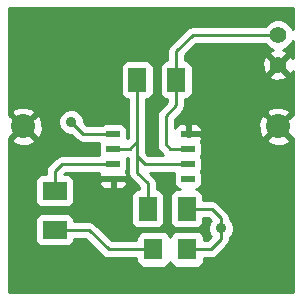
<source format=gtl>
G04 (created by PCBNEW (2013-05-31 BZR 4019)-stable) date 10/6/2013 10:31:21 PM*
%MOIN*%
G04 Gerber Fmt 3.4, Leading zero omitted, Abs format*
%FSLAX34Y34*%
G01*
G70*
G90*
G04 APERTURE LIST*
%ADD10C,0.00590551*%
%ADD11R,0.045X0.02*%
%ADD12R,0.06X0.08*%
%ADD13R,0.08X0.06*%
%ADD14C,0.055*%
%ADD15R,0.0629X0.0709*%
%ADD16C,0.08*%
%ADD17C,0.035*%
%ADD18C,0.01*%
G04 APERTURE END LIST*
G54D10*
G54D11*
X30050Y-28650D03*
X30050Y-29150D03*
X30050Y-29650D03*
X30050Y-30150D03*
X27550Y-30150D03*
X27550Y-29650D03*
X27550Y-29150D03*
X27550Y-28650D03*
G54D12*
X28700Y-31150D03*
X30000Y-31150D03*
X29650Y-26850D03*
X28350Y-26850D03*
G54D13*
X25600Y-30550D03*
X25600Y-31850D03*
G54D14*
X33050Y-26350D03*
X33050Y-25350D03*
G54D15*
X28891Y-32500D03*
X30009Y-32500D03*
G54D16*
X24550Y-28400D03*
X33050Y-28400D03*
G54D17*
X31150Y-31800D03*
X26150Y-28250D03*
G54D18*
X30009Y-32500D02*
X30800Y-32500D01*
X30850Y-31150D02*
X30000Y-31150D01*
X31150Y-31450D02*
X30850Y-31150D01*
X31150Y-32150D02*
X31150Y-31800D01*
X31150Y-31800D02*
X31150Y-31450D01*
X30800Y-32500D02*
X31150Y-32150D01*
X26150Y-28250D02*
X26550Y-28650D01*
X26550Y-28650D02*
X27550Y-28650D01*
X29650Y-26850D02*
X29650Y-25900D01*
X30200Y-25350D02*
X33050Y-25350D01*
X29650Y-25900D02*
X30200Y-25350D01*
X29650Y-26850D02*
X29650Y-27700D01*
X29450Y-29150D02*
X30050Y-29150D01*
X29300Y-29000D02*
X29450Y-29150D01*
X29300Y-28050D02*
X29300Y-29000D01*
X29650Y-27700D02*
X29300Y-28050D01*
X25600Y-31850D02*
X26750Y-31850D01*
X27400Y-32500D02*
X28891Y-32500D01*
X26750Y-31850D02*
X27400Y-32500D01*
X25600Y-30550D02*
X25600Y-29900D01*
X25850Y-29650D02*
X27550Y-29650D01*
X25600Y-29900D02*
X25850Y-29650D01*
X28700Y-31150D02*
X28700Y-30300D01*
X28350Y-29950D02*
X28350Y-29400D01*
X28700Y-30300D02*
X28350Y-29950D01*
X30050Y-29650D02*
X28600Y-29650D01*
X28350Y-29400D02*
X28350Y-28900D01*
X28600Y-29650D02*
X28350Y-29400D01*
X28350Y-26850D02*
X28350Y-28900D01*
X28100Y-29150D02*
X27550Y-29150D01*
X28350Y-28900D02*
X28100Y-29150D01*
G54D10*
G36*
X33530Y-33930D02*
X33437Y-33930D01*
X33437Y-28858D01*
X33050Y-28470D01*
X32979Y-28541D01*
X32979Y-28400D01*
X32591Y-28012D01*
X32485Y-28052D01*
X32395Y-28294D01*
X32405Y-28552D01*
X32485Y-28747D01*
X32591Y-28787D01*
X32979Y-28400D01*
X32979Y-28541D01*
X32662Y-28858D01*
X32702Y-28964D01*
X32944Y-29054D01*
X33202Y-29044D01*
X33397Y-28964D01*
X33437Y-28858D01*
X33437Y-33930D01*
X25000Y-33930D01*
X24937Y-33930D01*
X24937Y-28858D01*
X24550Y-28470D01*
X24162Y-28858D01*
X24202Y-28964D01*
X24444Y-29054D01*
X24702Y-29044D01*
X24897Y-28964D01*
X24937Y-28858D01*
X24937Y-33930D01*
X24800Y-33930D01*
X24069Y-33930D01*
X24069Y-33800D01*
X24069Y-33400D01*
X24069Y-28779D01*
X24091Y-28787D01*
X24479Y-28400D01*
X24091Y-28012D01*
X24069Y-28020D01*
X24069Y-24469D01*
X33530Y-24469D01*
X33530Y-25137D01*
X33495Y-25053D01*
X33347Y-24905D01*
X33154Y-24825D01*
X32946Y-24824D01*
X32753Y-24904D01*
X32607Y-25050D01*
X30200Y-25050D01*
X30085Y-25072D01*
X29987Y-25137D01*
X29437Y-25687D01*
X29372Y-25785D01*
X29350Y-25900D01*
X29350Y-26199D01*
X29300Y-26199D01*
X29208Y-26237D01*
X29138Y-26308D01*
X29100Y-26400D01*
X29099Y-26499D01*
X29099Y-27299D01*
X29137Y-27391D01*
X29208Y-27461D01*
X29300Y-27499D01*
X29350Y-27499D01*
X29350Y-27575D01*
X29087Y-27837D01*
X29022Y-27935D01*
X29000Y-28050D01*
X29000Y-29000D01*
X29022Y-29114D01*
X29087Y-29212D01*
X29225Y-29350D01*
X28724Y-29350D01*
X28650Y-29275D01*
X28650Y-28900D01*
X28650Y-27500D01*
X28699Y-27500D01*
X28791Y-27462D01*
X28861Y-27391D01*
X28899Y-27299D01*
X28900Y-27200D01*
X28900Y-26400D01*
X28862Y-26308D01*
X28791Y-26238D01*
X28699Y-26200D01*
X28600Y-26199D01*
X28000Y-26199D01*
X27908Y-26237D01*
X27838Y-26308D01*
X27800Y-26400D01*
X27799Y-26499D01*
X27799Y-27299D01*
X27837Y-27391D01*
X27908Y-27461D01*
X28000Y-27499D01*
X28050Y-27499D01*
X28050Y-28775D01*
X28024Y-28801D01*
X28024Y-28799D01*
X28025Y-28700D01*
X28025Y-28500D01*
X27987Y-28408D01*
X27916Y-28338D01*
X27824Y-28300D01*
X27725Y-28299D01*
X27275Y-28299D01*
X27183Y-28337D01*
X27171Y-28350D01*
X26674Y-28350D01*
X26574Y-28250D01*
X26575Y-28165D01*
X26510Y-28009D01*
X26391Y-27889D01*
X26234Y-27825D01*
X26065Y-27824D01*
X25909Y-27889D01*
X25789Y-28008D01*
X25725Y-28165D01*
X25724Y-28334D01*
X25789Y-28490D01*
X25908Y-28610D01*
X26065Y-28674D01*
X26150Y-28675D01*
X26337Y-28862D01*
X26337Y-28862D01*
X26435Y-28927D01*
X26549Y-28949D01*
X26550Y-28950D01*
X27095Y-28950D01*
X27075Y-29000D01*
X27074Y-29099D01*
X27074Y-29299D01*
X27095Y-29350D01*
X25850Y-29350D01*
X25735Y-29372D01*
X25637Y-29437D01*
X25387Y-29687D01*
X25322Y-29785D01*
X25300Y-29900D01*
X25300Y-29999D01*
X25204Y-29999D01*
X25204Y-28505D01*
X25194Y-28247D01*
X25114Y-28052D01*
X25008Y-28012D01*
X24937Y-28083D01*
X24937Y-27941D01*
X24897Y-27835D01*
X24655Y-27745D01*
X24397Y-27755D01*
X24202Y-27835D01*
X24162Y-27941D01*
X24550Y-28329D01*
X24937Y-27941D01*
X24937Y-28083D01*
X24620Y-28400D01*
X25008Y-28787D01*
X25114Y-28747D01*
X25204Y-28505D01*
X25204Y-29999D01*
X25150Y-29999D01*
X25058Y-30037D01*
X24988Y-30108D01*
X24950Y-30200D01*
X24949Y-30299D01*
X24949Y-30899D01*
X24987Y-30991D01*
X25058Y-31061D01*
X25150Y-31099D01*
X25249Y-31100D01*
X26049Y-31100D01*
X26141Y-31062D01*
X26211Y-30991D01*
X26249Y-30899D01*
X26250Y-30800D01*
X26250Y-30200D01*
X26212Y-30108D01*
X26141Y-30038D01*
X26049Y-30000D01*
X25950Y-29999D01*
X25924Y-29999D01*
X25974Y-29950D01*
X27095Y-29950D01*
X27074Y-30000D01*
X27075Y-30037D01*
X27137Y-30100D01*
X27500Y-30100D01*
X27500Y-30092D01*
X27600Y-30092D01*
X27600Y-30100D01*
X27962Y-30100D01*
X28025Y-30037D01*
X28025Y-30000D01*
X27987Y-29908D01*
X27978Y-29900D01*
X27986Y-29891D01*
X28024Y-29799D01*
X28025Y-29700D01*
X28025Y-29500D01*
X28004Y-29450D01*
X28050Y-29450D01*
X28050Y-29950D01*
X28072Y-30064D01*
X28137Y-30162D01*
X28400Y-30424D01*
X28400Y-30499D01*
X28350Y-30499D01*
X28258Y-30537D01*
X28188Y-30608D01*
X28150Y-30700D01*
X28149Y-30799D01*
X28149Y-31599D01*
X28187Y-31691D01*
X28258Y-31761D01*
X28350Y-31799D01*
X28449Y-31800D01*
X29049Y-31800D01*
X29141Y-31762D01*
X29211Y-31691D01*
X29249Y-31599D01*
X29250Y-31500D01*
X29250Y-30700D01*
X29212Y-30608D01*
X29141Y-30538D01*
X29049Y-30500D01*
X29000Y-30500D01*
X29000Y-30300D01*
X28999Y-30299D01*
X28977Y-30185D01*
X28912Y-30087D01*
X28912Y-30087D01*
X28774Y-29950D01*
X29595Y-29950D01*
X29575Y-30000D01*
X29574Y-30099D01*
X29574Y-30299D01*
X29612Y-30391D01*
X29683Y-30461D01*
X29775Y-30499D01*
X29775Y-30499D01*
X29650Y-30499D01*
X29558Y-30537D01*
X29488Y-30608D01*
X29450Y-30700D01*
X29449Y-30799D01*
X29449Y-31599D01*
X29487Y-31691D01*
X29558Y-31761D01*
X29650Y-31799D01*
X29749Y-31800D01*
X30349Y-31800D01*
X30441Y-31762D01*
X30511Y-31691D01*
X30549Y-31599D01*
X30550Y-31500D01*
X30550Y-31450D01*
X30725Y-31450D01*
X30812Y-31536D01*
X30789Y-31558D01*
X30725Y-31715D01*
X30724Y-31884D01*
X30789Y-32040D01*
X30812Y-32063D01*
X30675Y-32200D01*
X30573Y-32200D01*
X30573Y-32095D01*
X30535Y-32004D01*
X30465Y-31933D01*
X30373Y-31895D01*
X30273Y-31895D01*
X29644Y-31895D01*
X29553Y-31933D01*
X29482Y-32003D01*
X29449Y-32082D01*
X29417Y-32004D01*
X29347Y-31933D01*
X29255Y-31895D01*
X29155Y-31895D01*
X28526Y-31895D01*
X28435Y-31933D01*
X28364Y-32003D01*
X28326Y-32095D01*
X28326Y-32195D01*
X28326Y-32200D01*
X28025Y-32200D01*
X28025Y-30299D01*
X28025Y-30262D01*
X27962Y-30200D01*
X27600Y-30200D01*
X27600Y-30437D01*
X27662Y-30500D01*
X27725Y-30500D01*
X27824Y-30499D01*
X27916Y-30461D01*
X27987Y-30391D01*
X28025Y-30299D01*
X28025Y-32200D01*
X27524Y-32200D01*
X27500Y-32175D01*
X27500Y-30437D01*
X27500Y-30200D01*
X27137Y-30200D01*
X27075Y-30262D01*
X27074Y-30299D01*
X27112Y-30391D01*
X27183Y-30461D01*
X27275Y-30499D01*
X27374Y-30500D01*
X27437Y-30500D01*
X27500Y-30437D01*
X27500Y-32175D01*
X26962Y-31637D01*
X26864Y-31572D01*
X26750Y-31550D01*
X26250Y-31550D01*
X26250Y-31500D01*
X26212Y-31408D01*
X26141Y-31338D01*
X26049Y-31300D01*
X25950Y-31299D01*
X25150Y-31299D01*
X25058Y-31337D01*
X24988Y-31408D01*
X24950Y-31500D01*
X24949Y-31599D01*
X24949Y-32199D01*
X24987Y-32291D01*
X25058Y-32361D01*
X25150Y-32399D01*
X25249Y-32400D01*
X26049Y-32400D01*
X26141Y-32362D01*
X26211Y-32291D01*
X26249Y-32199D01*
X26249Y-32150D01*
X26625Y-32150D01*
X27187Y-32712D01*
X27187Y-32712D01*
X27285Y-32777D01*
X27400Y-32800D01*
X28326Y-32800D01*
X28326Y-32904D01*
X28364Y-32995D01*
X28434Y-33066D01*
X28526Y-33104D01*
X28626Y-33104D01*
X29255Y-33104D01*
X29346Y-33066D01*
X29417Y-32996D01*
X29450Y-32917D01*
X29482Y-32995D01*
X29552Y-33066D01*
X29644Y-33104D01*
X29744Y-33104D01*
X30373Y-33104D01*
X30464Y-33066D01*
X30535Y-32996D01*
X30573Y-32904D01*
X30573Y-32804D01*
X30573Y-32800D01*
X30800Y-32800D01*
X30800Y-32799D01*
X30914Y-32777D01*
X30914Y-32777D01*
X31012Y-32712D01*
X31362Y-32362D01*
X31362Y-32362D01*
X31427Y-32264D01*
X31449Y-32150D01*
X31450Y-32150D01*
X31450Y-32101D01*
X31510Y-32041D01*
X31574Y-31884D01*
X31575Y-31715D01*
X31510Y-31559D01*
X31450Y-31498D01*
X31450Y-31450D01*
X31449Y-31449D01*
X31427Y-31335D01*
X31362Y-31237D01*
X31362Y-31237D01*
X31062Y-30937D01*
X30964Y-30872D01*
X30850Y-30850D01*
X30550Y-30850D01*
X30550Y-30700D01*
X30512Y-30608D01*
X30441Y-30538D01*
X30349Y-30500D01*
X30324Y-30500D01*
X30416Y-30462D01*
X30486Y-30391D01*
X30524Y-30299D01*
X30525Y-30200D01*
X30525Y-30000D01*
X30487Y-29908D01*
X30478Y-29900D01*
X30486Y-29891D01*
X30524Y-29799D01*
X30525Y-29700D01*
X30525Y-29500D01*
X30487Y-29408D01*
X30478Y-29400D01*
X30486Y-29391D01*
X30524Y-29299D01*
X30525Y-29200D01*
X30525Y-29000D01*
X30487Y-28908D01*
X30478Y-28900D01*
X30487Y-28891D01*
X30525Y-28799D01*
X30525Y-28500D01*
X30487Y-28408D01*
X30416Y-28338D01*
X30324Y-28300D01*
X30225Y-28299D01*
X30162Y-28300D01*
X30100Y-28362D01*
X30100Y-28600D01*
X30462Y-28600D01*
X30525Y-28537D01*
X30525Y-28500D01*
X30525Y-28799D01*
X30525Y-28762D01*
X30462Y-28700D01*
X30100Y-28700D01*
X30100Y-28707D01*
X30000Y-28707D01*
X30000Y-28700D01*
X29992Y-28700D01*
X29992Y-28600D01*
X30000Y-28600D01*
X30000Y-28362D01*
X29937Y-28300D01*
X29874Y-28299D01*
X29775Y-28300D01*
X29683Y-28338D01*
X29612Y-28408D01*
X29600Y-28439D01*
X29600Y-28174D01*
X29862Y-27912D01*
X29862Y-27912D01*
X29927Y-27814D01*
X29949Y-27700D01*
X29950Y-27700D01*
X29950Y-27500D01*
X29999Y-27500D01*
X30091Y-27462D01*
X30161Y-27391D01*
X30199Y-27299D01*
X30200Y-27200D01*
X30200Y-26400D01*
X30162Y-26308D01*
X30091Y-26238D01*
X29999Y-26200D01*
X29950Y-26200D01*
X29950Y-26024D01*
X30324Y-25650D01*
X32607Y-25650D01*
X32752Y-25794D01*
X32878Y-25847D01*
X32777Y-25889D01*
X32752Y-25982D01*
X33050Y-26279D01*
X33347Y-25982D01*
X33322Y-25889D01*
X33212Y-25850D01*
X33347Y-25795D01*
X33494Y-25647D01*
X33530Y-25562D01*
X33530Y-26124D01*
X33510Y-26077D01*
X33417Y-26052D01*
X33120Y-26350D01*
X33417Y-26647D01*
X33510Y-26622D01*
X33530Y-26566D01*
X33530Y-28020D01*
X33508Y-28012D01*
X33437Y-28083D01*
X33437Y-27941D01*
X33397Y-27835D01*
X33347Y-27817D01*
X33347Y-26717D01*
X33050Y-26420D01*
X32979Y-26491D01*
X32979Y-26350D01*
X32682Y-26052D01*
X32589Y-26077D01*
X32520Y-26274D01*
X32531Y-26482D01*
X32589Y-26622D01*
X32682Y-26647D01*
X32979Y-26350D01*
X32979Y-26491D01*
X32752Y-26717D01*
X32777Y-26810D01*
X32974Y-26879D01*
X33182Y-26868D01*
X33322Y-26810D01*
X33347Y-26717D01*
X33347Y-27817D01*
X33155Y-27745D01*
X32897Y-27755D01*
X32702Y-27835D01*
X32662Y-27941D01*
X33050Y-28329D01*
X33437Y-27941D01*
X33437Y-28083D01*
X33120Y-28400D01*
X33508Y-28787D01*
X33530Y-28779D01*
X33530Y-33930D01*
X33530Y-33930D01*
G37*
G54D18*
X33530Y-33930D02*
X33437Y-33930D01*
X33437Y-28858D01*
X33050Y-28470D01*
X32979Y-28541D01*
X32979Y-28400D01*
X32591Y-28012D01*
X32485Y-28052D01*
X32395Y-28294D01*
X32405Y-28552D01*
X32485Y-28747D01*
X32591Y-28787D01*
X32979Y-28400D01*
X32979Y-28541D01*
X32662Y-28858D01*
X32702Y-28964D01*
X32944Y-29054D01*
X33202Y-29044D01*
X33397Y-28964D01*
X33437Y-28858D01*
X33437Y-33930D01*
X25000Y-33930D01*
X24937Y-33930D01*
X24937Y-28858D01*
X24550Y-28470D01*
X24162Y-28858D01*
X24202Y-28964D01*
X24444Y-29054D01*
X24702Y-29044D01*
X24897Y-28964D01*
X24937Y-28858D01*
X24937Y-33930D01*
X24800Y-33930D01*
X24069Y-33930D01*
X24069Y-33800D01*
X24069Y-33400D01*
X24069Y-28779D01*
X24091Y-28787D01*
X24479Y-28400D01*
X24091Y-28012D01*
X24069Y-28020D01*
X24069Y-24469D01*
X33530Y-24469D01*
X33530Y-25137D01*
X33495Y-25053D01*
X33347Y-24905D01*
X33154Y-24825D01*
X32946Y-24824D01*
X32753Y-24904D01*
X32607Y-25050D01*
X30200Y-25050D01*
X30085Y-25072D01*
X29987Y-25137D01*
X29437Y-25687D01*
X29372Y-25785D01*
X29350Y-25900D01*
X29350Y-26199D01*
X29300Y-26199D01*
X29208Y-26237D01*
X29138Y-26308D01*
X29100Y-26400D01*
X29099Y-26499D01*
X29099Y-27299D01*
X29137Y-27391D01*
X29208Y-27461D01*
X29300Y-27499D01*
X29350Y-27499D01*
X29350Y-27575D01*
X29087Y-27837D01*
X29022Y-27935D01*
X29000Y-28050D01*
X29000Y-29000D01*
X29022Y-29114D01*
X29087Y-29212D01*
X29225Y-29350D01*
X28724Y-29350D01*
X28650Y-29275D01*
X28650Y-28900D01*
X28650Y-27500D01*
X28699Y-27500D01*
X28791Y-27462D01*
X28861Y-27391D01*
X28899Y-27299D01*
X28900Y-27200D01*
X28900Y-26400D01*
X28862Y-26308D01*
X28791Y-26238D01*
X28699Y-26200D01*
X28600Y-26199D01*
X28000Y-26199D01*
X27908Y-26237D01*
X27838Y-26308D01*
X27800Y-26400D01*
X27799Y-26499D01*
X27799Y-27299D01*
X27837Y-27391D01*
X27908Y-27461D01*
X28000Y-27499D01*
X28050Y-27499D01*
X28050Y-28775D01*
X28024Y-28801D01*
X28024Y-28799D01*
X28025Y-28700D01*
X28025Y-28500D01*
X27987Y-28408D01*
X27916Y-28338D01*
X27824Y-28300D01*
X27725Y-28299D01*
X27275Y-28299D01*
X27183Y-28337D01*
X27171Y-28350D01*
X26674Y-28350D01*
X26574Y-28250D01*
X26575Y-28165D01*
X26510Y-28009D01*
X26391Y-27889D01*
X26234Y-27825D01*
X26065Y-27824D01*
X25909Y-27889D01*
X25789Y-28008D01*
X25725Y-28165D01*
X25724Y-28334D01*
X25789Y-28490D01*
X25908Y-28610D01*
X26065Y-28674D01*
X26150Y-28675D01*
X26337Y-28862D01*
X26337Y-28862D01*
X26435Y-28927D01*
X26549Y-28949D01*
X26550Y-28950D01*
X27095Y-28950D01*
X27075Y-29000D01*
X27074Y-29099D01*
X27074Y-29299D01*
X27095Y-29350D01*
X25850Y-29350D01*
X25735Y-29372D01*
X25637Y-29437D01*
X25387Y-29687D01*
X25322Y-29785D01*
X25300Y-29900D01*
X25300Y-29999D01*
X25204Y-29999D01*
X25204Y-28505D01*
X25194Y-28247D01*
X25114Y-28052D01*
X25008Y-28012D01*
X24937Y-28083D01*
X24937Y-27941D01*
X24897Y-27835D01*
X24655Y-27745D01*
X24397Y-27755D01*
X24202Y-27835D01*
X24162Y-27941D01*
X24550Y-28329D01*
X24937Y-27941D01*
X24937Y-28083D01*
X24620Y-28400D01*
X25008Y-28787D01*
X25114Y-28747D01*
X25204Y-28505D01*
X25204Y-29999D01*
X25150Y-29999D01*
X25058Y-30037D01*
X24988Y-30108D01*
X24950Y-30200D01*
X24949Y-30299D01*
X24949Y-30899D01*
X24987Y-30991D01*
X25058Y-31061D01*
X25150Y-31099D01*
X25249Y-31100D01*
X26049Y-31100D01*
X26141Y-31062D01*
X26211Y-30991D01*
X26249Y-30899D01*
X26250Y-30800D01*
X26250Y-30200D01*
X26212Y-30108D01*
X26141Y-30038D01*
X26049Y-30000D01*
X25950Y-29999D01*
X25924Y-29999D01*
X25974Y-29950D01*
X27095Y-29950D01*
X27074Y-30000D01*
X27075Y-30037D01*
X27137Y-30100D01*
X27500Y-30100D01*
X27500Y-30092D01*
X27600Y-30092D01*
X27600Y-30100D01*
X27962Y-30100D01*
X28025Y-30037D01*
X28025Y-30000D01*
X27987Y-29908D01*
X27978Y-29900D01*
X27986Y-29891D01*
X28024Y-29799D01*
X28025Y-29700D01*
X28025Y-29500D01*
X28004Y-29450D01*
X28050Y-29450D01*
X28050Y-29950D01*
X28072Y-30064D01*
X28137Y-30162D01*
X28400Y-30424D01*
X28400Y-30499D01*
X28350Y-30499D01*
X28258Y-30537D01*
X28188Y-30608D01*
X28150Y-30700D01*
X28149Y-30799D01*
X28149Y-31599D01*
X28187Y-31691D01*
X28258Y-31761D01*
X28350Y-31799D01*
X28449Y-31800D01*
X29049Y-31800D01*
X29141Y-31762D01*
X29211Y-31691D01*
X29249Y-31599D01*
X29250Y-31500D01*
X29250Y-30700D01*
X29212Y-30608D01*
X29141Y-30538D01*
X29049Y-30500D01*
X29000Y-30500D01*
X29000Y-30300D01*
X28999Y-30299D01*
X28977Y-30185D01*
X28912Y-30087D01*
X28912Y-30087D01*
X28774Y-29950D01*
X29595Y-29950D01*
X29575Y-30000D01*
X29574Y-30099D01*
X29574Y-30299D01*
X29612Y-30391D01*
X29683Y-30461D01*
X29775Y-30499D01*
X29775Y-30499D01*
X29650Y-30499D01*
X29558Y-30537D01*
X29488Y-30608D01*
X29450Y-30700D01*
X29449Y-30799D01*
X29449Y-31599D01*
X29487Y-31691D01*
X29558Y-31761D01*
X29650Y-31799D01*
X29749Y-31800D01*
X30349Y-31800D01*
X30441Y-31762D01*
X30511Y-31691D01*
X30549Y-31599D01*
X30550Y-31500D01*
X30550Y-31450D01*
X30725Y-31450D01*
X30812Y-31536D01*
X30789Y-31558D01*
X30725Y-31715D01*
X30724Y-31884D01*
X30789Y-32040D01*
X30812Y-32063D01*
X30675Y-32200D01*
X30573Y-32200D01*
X30573Y-32095D01*
X30535Y-32004D01*
X30465Y-31933D01*
X30373Y-31895D01*
X30273Y-31895D01*
X29644Y-31895D01*
X29553Y-31933D01*
X29482Y-32003D01*
X29449Y-32082D01*
X29417Y-32004D01*
X29347Y-31933D01*
X29255Y-31895D01*
X29155Y-31895D01*
X28526Y-31895D01*
X28435Y-31933D01*
X28364Y-32003D01*
X28326Y-32095D01*
X28326Y-32195D01*
X28326Y-32200D01*
X28025Y-32200D01*
X28025Y-30299D01*
X28025Y-30262D01*
X27962Y-30200D01*
X27600Y-30200D01*
X27600Y-30437D01*
X27662Y-30500D01*
X27725Y-30500D01*
X27824Y-30499D01*
X27916Y-30461D01*
X27987Y-30391D01*
X28025Y-30299D01*
X28025Y-32200D01*
X27524Y-32200D01*
X27500Y-32175D01*
X27500Y-30437D01*
X27500Y-30200D01*
X27137Y-30200D01*
X27075Y-30262D01*
X27074Y-30299D01*
X27112Y-30391D01*
X27183Y-30461D01*
X27275Y-30499D01*
X27374Y-30500D01*
X27437Y-30500D01*
X27500Y-30437D01*
X27500Y-32175D01*
X26962Y-31637D01*
X26864Y-31572D01*
X26750Y-31550D01*
X26250Y-31550D01*
X26250Y-31500D01*
X26212Y-31408D01*
X26141Y-31338D01*
X26049Y-31300D01*
X25950Y-31299D01*
X25150Y-31299D01*
X25058Y-31337D01*
X24988Y-31408D01*
X24950Y-31500D01*
X24949Y-31599D01*
X24949Y-32199D01*
X24987Y-32291D01*
X25058Y-32361D01*
X25150Y-32399D01*
X25249Y-32400D01*
X26049Y-32400D01*
X26141Y-32362D01*
X26211Y-32291D01*
X26249Y-32199D01*
X26249Y-32150D01*
X26625Y-32150D01*
X27187Y-32712D01*
X27187Y-32712D01*
X27285Y-32777D01*
X27400Y-32800D01*
X28326Y-32800D01*
X28326Y-32904D01*
X28364Y-32995D01*
X28434Y-33066D01*
X28526Y-33104D01*
X28626Y-33104D01*
X29255Y-33104D01*
X29346Y-33066D01*
X29417Y-32996D01*
X29450Y-32917D01*
X29482Y-32995D01*
X29552Y-33066D01*
X29644Y-33104D01*
X29744Y-33104D01*
X30373Y-33104D01*
X30464Y-33066D01*
X30535Y-32996D01*
X30573Y-32904D01*
X30573Y-32804D01*
X30573Y-32800D01*
X30800Y-32800D01*
X30800Y-32799D01*
X30914Y-32777D01*
X30914Y-32777D01*
X31012Y-32712D01*
X31362Y-32362D01*
X31362Y-32362D01*
X31427Y-32264D01*
X31449Y-32150D01*
X31450Y-32150D01*
X31450Y-32101D01*
X31510Y-32041D01*
X31574Y-31884D01*
X31575Y-31715D01*
X31510Y-31559D01*
X31450Y-31498D01*
X31450Y-31450D01*
X31449Y-31449D01*
X31427Y-31335D01*
X31362Y-31237D01*
X31362Y-31237D01*
X31062Y-30937D01*
X30964Y-30872D01*
X30850Y-30850D01*
X30550Y-30850D01*
X30550Y-30700D01*
X30512Y-30608D01*
X30441Y-30538D01*
X30349Y-30500D01*
X30324Y-30500D01*
X30416Y-30462D01*
X30486Y-30391D01*
X30524Y-30299D01*
X30525Y-30200D01*
X30525Y-30000D01*
X30487Y-29908D01*
X30478Y-29900D01*
X30486Y-29891D01*
X30524Y-29799D01*
X30525Y-29700D01*
X30525Y-29500D01*
X30487Y-29408D01*
X30478Y-29400D01*
X30486Y-29391D01*
X30524Y-29299D01*
X30525Y-29200D01*
X30525Y-29000D01*
X30487Y-28908D01*
X30478Y-28900D01*
X30487Y-28891D01*
X30525Y-28799D01*
X30525Y-28500D01*
X30487Y-28408D01*
X30416Y-28338D01*
X30324Y-28300D01*
X30225Y-28299D01*
X30162Y-28300D01*
X30100Y-28362D01*
X30100Y-28600D01*
X30462Y-28600D01*
X30525Y-28537D01*
X30525Y-28500D01*
X30525Y-28799D01*
X30525Y-28762D01*
X30462Y-28700D01*
X30100Y-28700D01*
X30100Y-28707D01*
X30000Y-28707D01*
X30000Y-28700D01*
X29992Y-28700D01*
X29992Y-28600D01*
X30000Y-28600D01*
X30000Y-28362D01*
X29937Y-28300D01*
X29874Y-28299D01*
X29775Y-28300D01*
X29683Y-28338D01*
X29612Y-28408D01*
X29600Y-28439D01*
X29600Y-28174D01*
X29862Y-27912D01*
X29862Y-27912D01*
X29927Y-27814D01*
X29949Y-27700D01*
X29950Y-27700D01*
X29950Y-27500D01*
X29999Y-27500D01*
X30091Y-27462D01*
X30161Y-27391D01*
X30199Y-27299D01*
X30200Y-27200D01*
X30200Y-26400D01*
X30162Y-26308D01*
X30091Y-26238D01*
X29999Y-26200D01*
X29950Y-26200D01*
X29950Y-26024D01*
X30324Y-25650D01*
X32607Y-25650D01*
X32752Y-25794D01*
X32878Y-25847D01*
X32777Y-25889D01*
X32752Y-25982D01*
X33050Y-26279D01*
X33347Y-25982D01*
X33322Y-25889D01*
X33212Y-25850D01*
X33347Y-25795D01*
X33494Y-25647D01*
X33530Y-25562D01*
X33530Y-26124D01*
X33510Y-26077D01*
X33417Y-26052D01*
X33120Y-26350D01*
X33417Y-26647D01*
X33510Y-26622D01*
X33530Y-26566D01*
X33530Y-28020D01*
X33508Y-28012D01*
X33437Y-28083D01*
X33437Y-27941D01*
X33397Y-27835D01*
X33347Y-27817D01*
X33347Y-26717D01*
X33050Y-26420D01*
X32979Y-26491D01*
X32979Y-26350D01*
X32682Y-26052D01*
X32589Y-26077D01*
X32520Y-26274D01*
X32531Y-26482D01*
X32589Y-26622D01*
X32682Y-26647D01*
X32979Y-26350D01*
X32979Y-26491D01*
X32752Y-26717D01*
X32777Y-26810D01*
X32974Y-26879D01*
X33182Y-26868D01*
X33322Y-26810D01*
X33347Y-26717D01*
X33347Y-27817D01*
X33155Y-27745D01*
X32897Y-27755D01*
X32702Y-27835D01*
X32662Y-27941D01*
X33050Y-28329D01*
X33437Y-27941D01*
X33437Y-28083D01*
X33120Y-28400D01*
X33508Y-28787D01*
X33530Y-28779D01*
X33530Y-33930D01*
M02*

</source>
